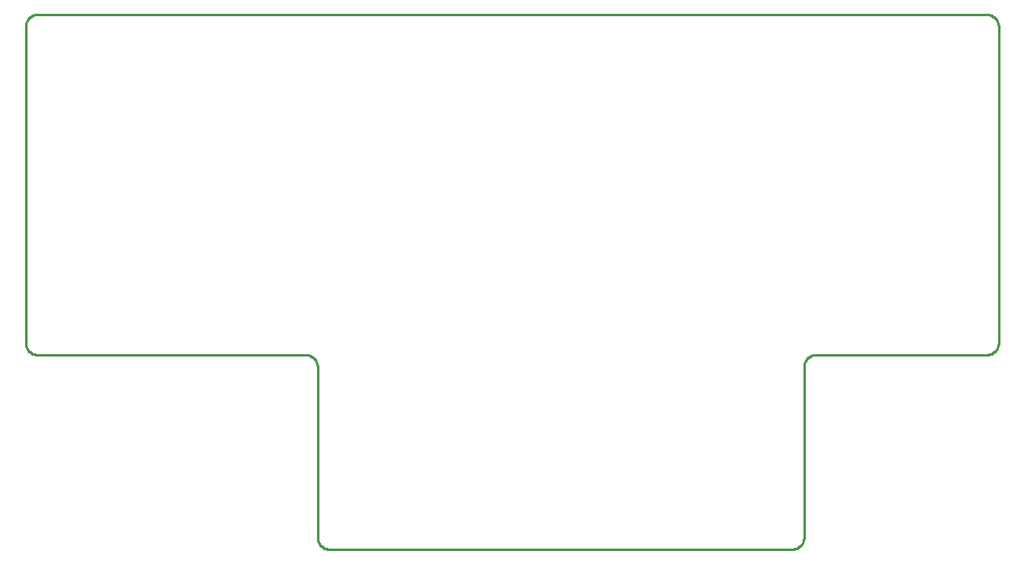
<source format=gbr>
G04 EAGLE Gerber RS-274X export*
G75*
%MOMM*%
%FSLAX34Y34*%
%LPD*%
%IN*%
%IPPOS*%
%AMOC8*
5,1,8,0,0,1.08239X$1,22.5*%
G01*
%ADD10C,0.254000*%


D10*
X0Y215900D02*
X48Y214793D01*
X193Y213695D01*
X433Y212613D01*
X766Y211556D01*
X1190Y210533D01*
X1701Y209550D01*
X2297Y208616D01*
X2971Y207737D01*
X3720Y206920D01*
X4537Y206171D01*
X5416Y205497D01*
X6350Y204901D01*
X7333Y204390D01*
X8356Y203966D01*
X9413Y203633D01*
X10495Y203393D01*
X11593Y203248D01*
X12700Y203200D01*
X292100Y203200D01*
X293207Y203152D01*
X294305Y203007D01*
X295387Y202767D01*
X296444Y202434D01*
X297467Y202010D01*
X298450Y201499D01*
X299384Y200903D01*
X300263Y200229D01*
X301080Y199480D01*
X301829Y198663D01*
X302503Y197784D01*
X303099Y196850D01*
X303610Y195867D01*
X304034Y194844D01*
X304367Y193787D01*
X304607Y192705D01*
X304752Y191607D01*
X304800Y190500D01*
X304800Y12700D01*
X304848Y11593D01*
X304993Y10495D01*
X305233Y9413D01*
X305566Y8356D01*
X305990Y7333D01*
X306501Y6350D01*
X307097Y5416D01*
X307771Y4537D01*
X308520Y3720D01*
X309337Y2971D01*
X310216Y2297D01*
X311150Y1701D01*
X312133Y1190D01*
X313156Y766D01*
X314213Y433D01*
X315295Y193D01*
X316393Y48D01*
X317500Y0D01*
X800100Y0D01*
X801207Y48D01*
X802305Y193D01*
X803387Y433D01*
X804444Y766D01*
X805467Y1190D01*
X806450Y1701D01*
X807384Y2297D01*
X808263Y2971D01*
X809080Y3720D01*
X809829Y4537D01*
X810503Y5416D01*
X811099Y6350D01*
X811610Y7333D01*
X812034Y8356D01*
X812367Y9413D01*
X812607Y10495D01*
X812752Y11593D01*
X812800Y12700D01*
X812800Y190500D01*
X812848Y191607D01*
X812993Y192705D01*
X813233Y193787D01*
X813566Y194844D01*
X813990Y195867D01*
X814501Y196850D01*
X815097Y197784D01*
X815771Y198663D01*
X816520Y199480D01*
X817337Y200229D01*
X818216Y200903D01*
X819150Y201499D01*
X820133Y202010D01*
X821156Y202434D01*
X822213Y202767D01*
X823295Y203007D01*
X824393Y203152D01*
X825500Y203200D01*
X1003300Y203200D01*
X1004407Y203248D01*
X1005505Y203393D01*
X1006587Y203633D01*
X1007644Y203966D01*
X1008667Y204390D01*
X1009650Y204901D01*
X1010584Y205497D01*
X1011463Y206171D01*
X1012280Y206920D01*
X1013029Y207737D01*
X1013703Y208616D01*
X1014299Y209550D01*
X1014810Y210533D01*
X1015234Y211556D01*
X1015567Y212613D01*
X1015807Y213695D01*
X1015952Y214793D01*
X1016000Y215900D01*
X1016000Y546100D01*
X1015952Y547207D01*
X1015807Y548305D01*
X1015567Y549387D01*
X1015234Y550444D01*
X1014810Y551467D01*
X1014299Y552450D01*
X1013703Y553384D01*
X1013029Y554263D01*
X1012280Y555080D01*
X1011463Y555829D01*
X1010584Y556503D01*
X1009650Y557099D01*
X1008667Y557610D01*
X1007644Y558034D01*
X1006587Y558367D01*
X1005505Y558607D01*
X1004407Y558752D01*
X1003300Y558800D01*
X12700Y558800D01*
X11593Y558752D01*
X10495Y558607D01*
X9413Y558367D01*
X8356Y558034D01*
X7333Y557610D01*
X6350Y557099D01*
X5416Y556503D01*
X4537Y555829D01*
X3720Y555080D01*
X2971Y554263D01*
X2297Y553384D01*
X1701Y552450D01*
X1190Y551467D01*
X766Y550444D01*
X433Y549387D01*
X193Y548305D01*
X48Y547207D01*
X0Y546100D01*
X0Y215900D01*
M02*

</source>
